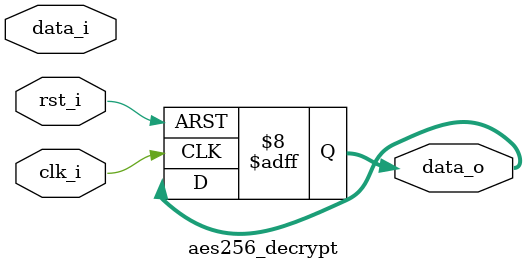
<source format=sv>
module aes256_decrypt (
    input logic clk_i,
    input logic rst_i,

    input  logic [7:0] data_i,
    output logic [7:0] data_o
);

`include "SBOX"

localparam logic [255:0] KEY = 256'h112233445566778899AABBCCDDEEFF;

typedef enum {
    IDLE, ROUND
} state_t;
state_t state, next_state;

always_ff @( posedge clk_i, posedge rst_i ) begin
    if (rst_i == 1'b1) begin
        data_o <= 8'h00;
        state <= IDLE;
    end else begin
        state <= next_state;
    end
end

always_comb begin
    unique case (state)
        IDLE : begin
            next_state = IDLE;
        end

        ROUND : begin
            next_state = ROUND;
        end
    endcase
end

endmodule

</source>
